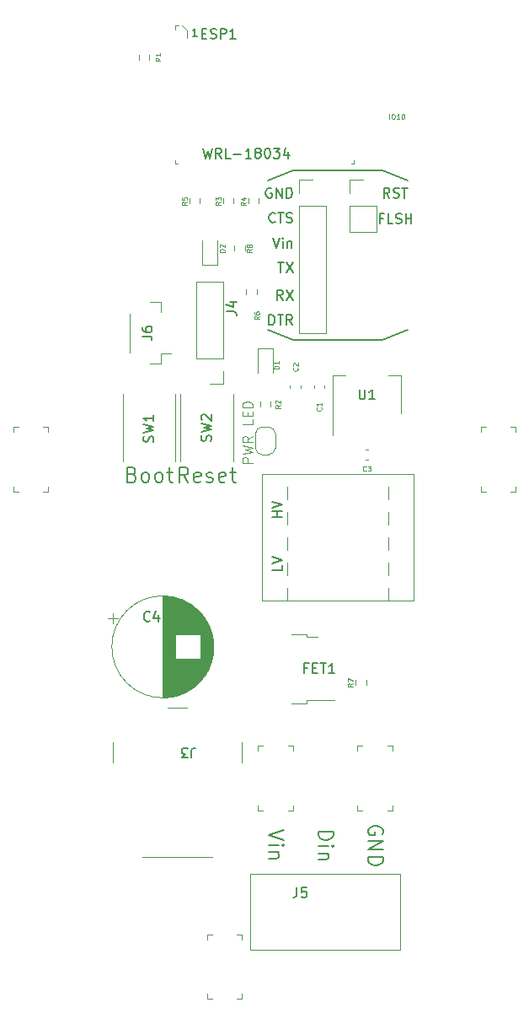
<source format=gbr>
%TF.GenerationSoftware,KiCad,Pcbnew,(6.0.1)*%
%TF.CreationDate,2022-02-05T18:26:11+11:00*%
%TF.ProjectId,ESP32_LED_Controller_v1,45535033-325f-44c4-9544-5f436f6e7472,rev?*%
%TF.SameCoordinates,Original*%
%TF.FileFunction,Legend,Top*%
%TF.FilePolarity,Positive*%
%FSLAX46Y46*%
G04 Gerber Fmt 4.6, Leading zero omitted, Abs format (unit mm)*
G04 Created by KiCad (PCBNEW (6.0.1)) date 2022-02-05 18:26:11*
%MOMM*%
%LPD*%
G01*
G04 APERTURE LIST*
%ADD10C,0.070000*%
%ADD11C,0.150000*%
%ADD12C,0.200000*%
%ADD13C,0.120000*%
G04 APERTURE END LIST*
D10*
X72281904Y-36806190D02*
X72281904Y-36306190D01*
X72615238Y-36306190D02*
X72710476Y-36306190D01*
X72758095Y-36330000D01*
X72805714Y-36377619D01*
X72829523Y-36472857D01*
X72829523Y-36639523D01*
X72805714Y-36734761D01*
X72758095Y-36782380D01*
X72710476Y-36806190D01*
X72615238Y-36806190D01*
X72567619Y-36782380D01*
X72520000Y-36734761D01*
X72496190Y-36639523D01*
X72496190Y-36472857D01*
X72520000Y-36377619D01*
X72567619Y-36330000D01*
X72615238Y-36306190D01*
X73305714Y-36806190D02*
X73020000Y-36806190D01*
X73162857Y-36806190D02*
X73162857Y-36306190D01*
X73115238Y-36377619D01*
X73067619Y-36425238D01*
X73020000Y-36449047D01*
X73615238Y-36306190D02*
X73662857Y-36306190D01*
X73710476Y-36330000D01*
X73734285Y-36353809D01*
X73758095Y-36401428D01*
X73781904Y-36496666D01*
X73781904Y-36615714D01*
X73758095Y-36710952D01*
X73734285Y-36758571D01*
X73710476Y-36782380D01*
X73662857Y-36806190D01*
X73615238Y-36806190D01*
X73567619Y-36782380D01*
X73543809Y-36758571D01*
X73520000Y-36710952D01*
X73496190Y-36615714D01*
X73496190Y-36496666D01*
X73520000Y-36401428D01*
X73543809Y-36353809D01*
X73567619Y-36330000D01*
X73615238Y-36306190D01*
D11*
X62605000Y-58990000D02*
X60105000Y-57990000D01*
X67105000Y-58990000D02*
X71605000Y-58990000D01*
X67105000Y-41990000D02*
X62605000Y-41990000D01*
X71605000Y-58990000D02*
X74105000Y-57990000D01*
X67105000Y-58990000D02*
X62605000Y-58990000D01*
X71605000Y-41990000D02*
X74105000Y-42990000D01*
X62605000Y-41990000D02*
X60105000Y-42990000D01*
X67105000Y-41990000D02*
X71605000Y-41990000D01*
X60193690Y-57462380D02*
X60193690Y-56462380D01*
X60431785Y-56462380D01*
X60574642Y-56510000D01*
X60669880Y-56605238D01*
X60717500Y-56700476D01*
X60765119Y-56890952D01*
X60765119Y-57033809D01*
X60717500Y-57224285D01*
X60669880Y-57319523D01*
X60574642Y-57414761D01*
X60431785Y-57462380D01*
X60193690Y-57462380D01*
X61050833Y-56462380D02*
X61622261Y-56462380D01*
X61336547Y-57462380D02*
X61336547Y-56462380D01*
X62527023Y-57462380D02*
X62193690Y-56986190D01*
X61955595Y-57462380D02*
X61955595Y-56462380D01*
X62336547Y-56462380D01*
X62431785Y-56510000D01*
X62479404Y-56557619D01*
X62527023Y-56652857D01*
X62527023Y-56795714D01*
X62479404Y-56890952D01*
X62431785Y-56938571D01*
X62336547Y-56986190D01*
X61955595Y-56986190D01*
X60574642Y-48712380D02*
X60907976Y-49712380D01*
X61241309Y-48712380D01*
X61574642Y-49712380D02*
X61574642Y-49045714D01*
X61574642Y-48712380D02*
X61527023Y-48760000D01*
X61574642Y-48807619D01*
X61622261Y-48760000D01*
X61574642Y-48712380D01*
X61574642Y-48807619D01*
X62050833Y-49045714D02*
X62050833Y-49712380D01*
X62050833Y-49140952D02*
X62098452Y-49093333D01*
X62193690Y-49045714D01*
X62336547Y-49045714D01*
X62431785Y-49093333D01*
X62479404Y-49188571D01*
X62479404Y-49712380D01*
X52067857Y-73258571D02*
X51567857Y-72544285D01*
X51210714Y-73258571D02*
X51210714Y-71758571D01*
X51782142Y-71758571D01*
X51925000Y-71830000D01*
X51996428Y-71901428D01*
X52067857Y-72044285D01*
X52067857Y-72258571D01*
X51996428Y-72401428D01*
X51925000Y-72472857D01*
X51782142Y-72544285D01*
X51210714Y-72544285D01*
X53282142Y-73187142D02*
X53139285Y-73258571D01*
X52853571Y-73258571D01*
X52710714Y-73187142D01*
X52639285Y-73044285D01*
X52639285Y-72472857D01*
X52710714Y-72330000D01*
X52853571Y-72258571D01*
X53139285Y-72258571D01*
X53282142Y-72330000D01*
X53353571Y-72472857D01*
X53353571Y-72615714D01*
X52639285Y-72758571D01*
X53925000Y-73187142D02*
X54067857Y-73258571D01*
X54353571Y-73258571D01*
X54496428Y-73187142D01*
X54567857Y-73044285D01*
X54567857Y-72972857D01*
X54496428Y-72830000D01*
X54353571Y-72758571D01*
X54139285Y-72758571D01*
X53996428Y-72687142D01*
X53925000Y-72544285D01*
X53925000Y-72472857D01*
X53996428Y-72330000D01*
X54139285Y-72258571D01*
X54353571Y-72258571D01*
X54496428Y-72330000D01*
X55782142Y-73187142D02*
X55639285Y-73258571D01*
X55353571Y-73258571D01*
X55210714Y-73187142D01*
X55139285Y-73044285D01*
X55139285Y-72472857D01*
X55210714Y-72330000D01*
X55353571Y-72258571D01*
X55639285Y-72258571D01*
X55782142Y-72330000D01*
X55853571Y-72472857D01*
X55853571Y-72615714D01*
X55139285Y-72758571D01*
X56282142Y-72258571D02*
X56853571Y-72258571D01*
X56496428Y-71758571D02*
X56496428Y-73044285D01*
X56567857Y-73187142D01*
X56710714Y-73258571D01*
X56853571Y-73258571D01*
X60431785Y-43760000D02*
X60336547Y-43712380D01*
X60193690Y-43712380D01*
X60050833Y-43760000D01*
X59955595Y-43855238D01*
X59907976Y-43950476D01*
X59860357Y-44140952D01*
X59860357Y-44283809D01*
X59907976Y-44474285D01*
X59955595Y-44569523D01*
X60050833Y-44664761D01*
X60193690Y-44712380D01*
X60288928Y-44712380D01*
X60431785Y-44664761D01*
X60479404Y-44617142D01*
X60479404Y-44283809D01*
X60288928Y-44283809D01*
X60907976Y-44712380D02*
X60907976Y-43712380D01*
X61479404Y-44712380D01*
X61479404Y-43712380D01*
X61955595Y-44712380D02*
X61955595Y-43712380D01*
X62193690Y-43712380D01*
X62336547Y-43760000D01*
X62431785Y-43855238D01*
X62479404Y-43950476D01*
X62527023Y-44140952D01*
X62527023Y-44283809D01*
X62479404Y-44474285D01*
X62431785Y-44569523D01*
X62336547Y-44664761D01*
X62193690Y-44712380D01*
X61955595Y-44712380D01*
X71643928Y-46758571D02*
X71310595Y-46758571D01*
X71310595Y-47282380D02*
X71310595Y-46282380D01*
X71786785Y-46282380D01*
X72643928Y-47282380D02*
X72167738Y-47282380D01*
X72167738Y-46282380D01*
X72929642Y-47234761D02*
X73072500Y-47282380D01*
X73310595Y-47282380D01*
X73405833Y-47234761D01*
X73453452Y-47187142D01*
X73501071Y-47091904D01*
X73501071Y-46996666D01*
X73453452Y-46901428D01*
X73405833Y-46853809D01*
X73310595Y-46806190D01*
X73120119Y-46758571D01*
X73024880Y-46710952D01*
X72977261Y-46663333D01*
X72929642Y-46568095D01*
X72929642Y-46472857D01*
X72977261Y-46377619D01*
X73024880Y-46330000D01*
X73120119Y-46282380D01*
X73358214Y-46282380D01*
X73501071Y-46330000D01*
X73929642Y-47282380D02*
X73929642Y-46282380D01*
X73929642Y-46758571D02*
X74501071Y-46758571D01*
X74501071Y-47282380D02*
X74501071Y-46282380D01*
D12*
X71575000Y-108587142D02*
X71646428Y-108444285D01*
X71646428Y-108230000D01*
X71575000Y-108015714D01*
X71432142Y-107872857D01*
X71289285Y-107801428D01*
X71003571Y-107730000D01*
X70789285Y-107730000D01*
X70503571Y-107801428D01*
X70360714Y-107872857D01*
X70217857Y-108015714D01*
X70146428Y-108230000D01*
X70146428Y-108372857D01*
X70217857Y-108587142D01*
X70289285Y-108658571D01*
X70789285Y-108658571D01*
X70789285Y-108372857D01*
X70146428Y-109301428D02*
X71646428Y-109301428D01*
X70146428Y-110158571D01*
X71646428Y-110158571D01*
X70146428Y-110872857D02*
X71646428Y-110872857D01*
X71646428Y-111230000D01*
X71575000Y-111444285D01*
X71432142Y-111587142D01*
X71289285Y-111658571D01*
X71003571Y-111730000D01*
X70789285Y-111730000D01*
X70503571Y-111658571D01*
X70360714Y-111587142D01*
X70217857Y-111444285D01*
X70146428Y-111230000D01*
X70146428Y-110872857D01*
X61646428Y-108194285D02*
X60146428Y-108694285D01*
X61646428Y-109194285D01*
X60146428Y-109694285D02*
X61146428Y-109694285D01*
X61646428Y-109694285D02*
X61575000Y-109622857D01*
X61503571Y-109694285D01*
X61575000Y-109765714D01*
X61646428Y-109694285D01*
X61503571Y-109694285D01*
X61146428Y-110408571D02*
X60146428Y-110408571D01*
X61003571Y-110408571D02*
X61075000Y-110480000D01*
X61146428Y-110622857D01*
X61146428Y-110837142D01*
X61075000Y-110980000D01*
X60932142Y-111051428D01*
X60146428Y-111051428D01*
D13*
X58527380Y-71345428D02*
X57527380Y-71345428D01*
X57527380Y-70964476D01*
X57575000Y-70869238D01*
X57622619Y-70821619D01*
X57717857Y-70774000D01*
X57860714Y-70774000D01*
X57955952Y-70821619D01*
X58003571Y-70869238D01*
X58051190Y-70964476D01*
X58051190Y-71345428D01*
X57527380Y-70440666D02*
X58527380Y-70202571D01*
X57813095Y-70012095D01*
X58527380Y-69821619D01*
X57527380Y-69583523D01*
X58527380Y-68631142D02*
X58051190Y-68964476D01*
X58527380Y-69202571D02*
X57527380Y-69202571D01*
X57527380Y-68821619D01*
X57575000Y-68726380D01*
X57622619Y-68678761D01*
X57717857Y-68631142D01*
X57860714Y-68631142D01*
X57955952Y-68678761D01*
X58003571Y-68726380D01*
X58051190Y-68821619D01*
X58051190Y-69202571D01*
X58527380Y-66964476D02*
X58527380Y-67440666D01*
X57527380Y-67440666D01*
X58003571Y-66631142D02*
X58003571Y-66297809D01*
X58527380Y-66154952D02*
X58527380Y-66631142D01*
X57527380Y-66631142D01*
X57527380Y-66154952D01*
X58527380Y-65726380D02*
X57527380Y-65726380D01*
X57527380Y-65488285D01*
X57575000Y-65345428D01*
X57670238Y-65250190D01*
X57765476Y-65202571D01*
X57955952Y-65154952D01*
X58098809Y-65154952D01*
X58289285Y-65202571D01*
X58384523Y-65250190D01*
X58479761Y-65345428D01*
X58527380Y-65488285D01*
X58527380Y-65726380D01*
D11*
X60812738Y-47117142D02*
X60765119Y-47164761D01*
X60622261Y-47212380D01*
X60527023Y-47212380D01*
X60384166Y-47164761D01*
X60288928Y-47069523D01*
X60241309Y-46974285D01*
X60193690Y-46783809D01*
X60193690Y-46640952D01*
X60241309Y-46450476D01*
X60288928Y-46355238D01*
X60384166Y-46260000D01*
X60527023Y-46212380D01*
X60622261Y-46212380D01*
X60765119Y-46260000D01*
X60812738Y-46307619D01*
X61098452Y-46212380D02*
X61669880Y-46212380D01*
X61384166Y-47212380D02*
X61384166Y-46212380D01*
X61955595Y-47164761D02*
X62098452Y-47212380D01*
X62336547Y-47212380D01*
X62431785Y-47164761D01*
X62479404Y-47117142D01*
X62527023Y-47021904D01*
X62527023Y-46926666D01*
X62479404Y-46831428D01*
X62431785Y-46783809D01*
X62336547Y-46736190D01*
X62146071Y-46688571D01*
X62050833Y-46640952D01*
X62003214Y-46593333D01*
X61955595Y-46498095D01*
X61955595Y-46402857D01*
X62003214Y-46307619D01*
X62050833Y-46260000D01*
X62146071Y-46212380D01*
X62384166Y-46212380D01*
X62527023Y-46260000D01*
X61574642Y-54962380D02*
X61241309Y-54486190D01*
X61003214Y-54962380D02*
X61003214Y-53962380D01*
X61384166Y-53962380D01*
X61479404Y-54010000D01*
X61527023Y-54057619D01*
X61574642Y-54152857D01*
X61574642Y-54295714D01*
X61527023Y-54390952D01*
X61479404Y-54438571D01*
X61384166Y-54486190D01*
X61003214Y-54486190D01*
X61907976Y-53962380D02*
X62574642Y-54962380D01*
X62574642Y-53962380D02*
X61907976Y-54962380D01*
D12*
X65146428Y-108301428D02*
X66646428Y-108301428D01*
X66646428Y-108658571D01*
X66575000Y-108872857D01*
X66432142Y-109015714D01*
X66289285Y-109087142D01*
X66003571Y-109158571D01*
X65789285Y-109158571D01*
X65503571Y-109087142D01*
X65360714Y-109015714D01*
X65217857Y-108872857D01*
X65146428Y-108658571D01*
X65146428Y-108301428D01*
X65146428Y-109801428D02*
X66146428Y-109801428D01*
X66646428Y-109801428D02*
X66575000Y-109730000D01*
X66503571Y-109801428D01*
X66575000Y-109872857D01*
X66646428Y-109801428D01*
X66503571Y-109801428D01*
X66146428Y-110515714D02*
X65146428Y-110515714D01*
X66003571Y-110515714D02*
X66075000Y-110587142D01*
X66146428Y-110730000D01*
X66146428Y-110944285D01*
X66075000Y-111087142D01*
X65932142Y-111158571D01*
X65146428Y-111158571D01*
D11*
X46446428Y-72472857D02*
X46660714Y-72544285D01*
X46732142Y-72615714D01*
X46803571Y-72758571D01*
X46803571Y-72972857D01*
X46732142Y-73115714D01*
X46660714Y-73187142D01*
X46517857Y-73258571D01*
X45946428Y-73258571D01*
X45946428Y-71758571D01*
X46446428Y-71758571D01*
X46589285Y-71830000D01*
X46660714Y-71901428D01*
X46732142Y-72044285D01*
X46732142Y-72187142D01*
X46660714Y-72330000D01*
X46589285Y-72401428D01*
X46446428Y-72472857D01*
X45946428Y-72472857D01*
X47660714Y-73258571D02*
X47517857Y-73187142D01*
X47446428Y-73115714D01*
X47375000Y-72972857D01*
X47375000Y-72544285D01*
X47446428Y-72401428D01*
X47517857Y-72330000D01*
X47660714Y-72258571D01*
X47875000Y-72258571D01*
X48017857Y-72330000D01*
X48089285Y-72401428D01*
X48160714Y-72544285D01*
X48160714Y-72972857D01*
X48089285Y-73115714D01*
X48017857Y-73187142D01*
X47875000Y-73258571D01*
X47660714Y-73258571D01*
X49017857Y-73258571D02*
X48875000Y-73187142D01*
X48803571Y-73115714D01*
X48732142Y-72972857D01*
X48732142Y-72544285D01*
X48803571Y-72401428D01*
X48875000Y-72330000D01*
X49017857Y-72258571D01*
X49232142Y-72258571D01*
X49375000Y-72330000D01*
X49446428Y-72401428D01*
X49517857Y-72544285D01*
X49517857Y-72972857D01*
X49446428Y-73115714D01*
X49375000Y-73187142D01*
X49232142Y-73258571D01*
X49017857Y-73258571D01*
X49946428Y-72258571D02*
X50517857Y-72258571D01*
X50160714Y-71758571D02*
X50160714Y-73044285D01*
X50232142Y-73187142D01*
X50375000Y-73258571D01*
X50517857Y-73258571D01*
X72302023Y-44712380D02*
X71968690Y-44236190D01*
X71730595Y-44712380D02*
X71730595Y-43712380D01*
X72111547Y-43712380D01*
X72206785Y-43760000D01*
X72254404Y-43807619D01*
X72302023Y-43902857D01*
X72302023Y-44045714D01*
X72254404Y-44140952D01*
X72206785Y-44188571D01*
X72111547Y-44236190D01*
X71730595Y-44236190D01*
X72682976Y-44664761D02*
X72825833Y-44712380D01*
X73063928Y-44712380D01*
X73159166Y-44664761D01*
X73206785Y-44617142D01*
X73254404Y-44521904D01*
X73254404Y-44426666D01*
X73206785Y-44331428D01*
X73159166Y-44283809D01*
X73063928Y-44236190D01*
X72873452Y-44188571D01*
X72778214Y-44140952D01*
X72730595Y-44093333D01*
X72682976Y-43998095D01*
X72682976Y-43902857D01*
X72730595Y-43807619D01*
X72778214Y-43760000D01*
X72873452Y-43712380D01*
X73111547Y-43712380D01*
X73254404Y-43760000D01*
X73540119Y-43712380D02*
X74111547Y-43712380D01*
X73825833Y-44712380D02*
X73825833Y-43712380D01*
X61098452Y-51212380D02*
X61669880Y-51212380D01*
X61384166Y-52212380D02*
X61384166Y-51212380D01*
X61907976Y-51212380D02*
X62574642Y-52212380D01*
X62574642Y-51212380D02*
X61907976Y-52212380D01*
D10*
%TO.C,C2*%
X63053571Y-61763333D02*
X63077380Y-61787142D01*
X63101190Y-61858571D01*
X63101190Y-61906190D01*
X63077380Y-61977619D01*
X63029761Y-62025238D01*
X62982142Y-62049047D01*
X62886904Y-62072857D01*
X62815476Y-62072857D01*
X62720238Y-62049047D01*
X62672619Y-62025238D01*
X62625000Y-61977619D01*
X62601190Y-61906190D01*
X62601190Y-61858571D01*
X62625000Y-61787142D01*
X62648809Y-61763333D01*
X62648809Y-61572857D02*
X62625000Y-61549047D01*
X62601190Y-61501428D01*
X62601190Y-61382380D01*
X62625000Y-61334761D01*
X62648809Y-61310952D01*
X62696428Y-61287142D01*
X62744047Y-61287142D01*
X62815476Y-61310952D01*
X63101190Y-61596666D01*
X63101190Y-61287142D01*
D11*
%TO.C,J4*%
X55927380Y-56113333D02*
X56641666Y-56113333D01*
X56784523Y-56160952D01*
X56879761Y-56256190D01*
X56927380Y-56399047D01*
X56927380Y-56494285D01*
X56260714Y-55208571D02*
X56927380Y-55208571D01*
X55879761Y-55446666D02*
X56594047Y-55684761D01*
X56594047Y-55065714D01*
D10*
%TO.C,R7*%
X68646190Y-93463333D02*
X68408095Y-93630000D01*
X68646190Y-93749047D02*
X68146190Y-93749047D01*
X68146190Y-93558571D01*
X68170000Y-93510952D01*
X68193809Y-93487142D01*
X68241428Y-93463333D01*
X68312857Y-93463333D01*
X68360476Y-93487142D01*
X68384285Y-93510952D01*
X68408095Y-93558571D01*
X68408095Y-93749047D01*
X68146190Y-93296666D02*
X68146190Y-92963333D01*
X68646190Y-93177619D01*
D11*
%TO.C,J3*%
X52408333Y-100927619D02*
X52408333Y-100213333D01*
X52455952Y-100070476D01*
X52551190Y-99975238D01*
X52694047Y-99927619D01*
X52789285Y-99927619D01*
X52027380Y-100927619D02*
X51408333Y-100927619D01*
X51741666Y-100546666D01*
X51598809Y-100546666D01*
X51503571Y-100499047D01*
X51455952Y-100451428D01*
X51408333Y-100356190D01*
X51408333Y-100118095D01*
X51455952Y-100022857D01*
X51503571Y-99975238D01*
X51598809Y-99927619D01*
X51884523Y-99927619D01*
X51979761Y-99975238D01*
X52027380Y-100022857D01*
D10*
%TO.C,R1*%
X49276190Y-30663333D02*
X49038095Y-30830000D01*
X49276190Y-30949047D02*
X48776190Y-30949047D01*
X48776190Y-30758571D01*
X48800000Y-30710952D01*
X48823809Y-30687142D01*
X48871428Y-30663333D01*
X48942857Y-30663333D01*
X48990476Y-30687142D01*
X49014285Y-30710952D01*
X49038095Y-30758571D01*
X49038095Y-30949047D01*
X49276190Y-30187142D02*
X49276190Y-30472857D01*
X49276190Y-30330000D02*
X48776190Y-30330000D01*
X48847619Y-30377619D01*
X48895238Y-30425238D01*
X48919047Y-30472857D01*
D11*
%TO.C,U1*%
X69263095Y-63932380D02*
X69263095Y-64741904D01*
X69310714Y-64837142D01*
X69358333Y-64884761D01*
X69453571Y-64932380D01*
X69644047Y-64932380D01*
X69739285Y-64884761D01*
X69786904Y-64837142D01*
X69834523Y-64741904D01*
X69834523Y-63932380D01*
X70834523Y-64932380D02*
X70263095Y-64932380D01*
X70548809Y-64932380D02*
X70548809Y-63932380D01*
X70453571Y-64075238D01*
X70358333Y-64170476D01*
X70263095Y-64218095D01*
D10*
%TO.C,D1*%
X61201190Y-61849047D02*
X60701190Y-61849047D01*
X60701190Y-61730000D01*
X60725000Y-61658571D01*
X60772619Y-61610952D01*
X60820238Y-61587142D01*
X60915476Y-61563333D01*
X60986904Y-61563333D01*
X61082142Y-61587142D01*
X61129761Y-61610952D01*
X61177380Y-61658571D01*
X61201190Y-61730000D01*
X61201190Y-61849047D01*
X61201190Y-61087142D02*
X61201190Y-61372857D01*
X61201190Y-61230000D02*
X60701190Y-61230000D01*
X60772619Y-61277619D01*
X60820238Y-61325238D01*
X60844047Y-61372857D01*
%TO.C,R6*%
X59201190Y-56613333D02*
X58963095Y-56780000D01*
X59201190Y-56899047D02*
X58701190Y-56899047D01*
X58701190Y-56708571D01*
X58725000Y-56660952D01*
X58748809Y-56637142D01*
X58796428Y-56613333D01*
X58867857Y-56613333D01*
X58915476Y-56637142D01*
X58939285Y-56660952D01*
X58963095Y-56708571D01*
X58963095Y-56899047D01*
X58701190Y-56184761D02*
X58701190Y-56280000D01*
X58725000Y-56327619D01*
X58748809Y-56351428D01*
X58820238Y-56399047D01*
X58915476Y-56422857D01*
X59105952Y-56422857D01*
X59153571Y-56399047D01*
X59177380Y-56375238D01*
X59201190Y-56327619D01*
X59201190Y-56232380D01*
X59177380Y-56184761D01*
X59153571Y-56160952D01*
X59105952Y-56137142D01*
X58986904Y-56137142D01*
X58939285Y-56160952D01*
X58915476Y-56184761D01*
X58891666Y-56232380D01*
X58891666Y-56327619D01*
X58915476Y-56375238D01*
X58939285Y-56399047D01*
X58986904Y-56422857D01*
D11*
%TO.C,FET1*%
X64058333Y-91913571D02*
X63725000Y-91913571D01*
X63725000Y-92437380D02*
X63725000Y-91437380D01*
X64201190Y-91437380D01*
X64582142Y-91913571D02*
X64915476Y-91913571D01*
X65058333Y-92437380D02*
X64582142Y-92437380D01*
X64582142Y-91437380D01*
X65058333Y-91437380D01*
X65344047Y-91437380D02*
X65915476Y-91437380D01*
X65629761Y-92437380D02*
X65629761Y-91437380D01*
X66772619Y-92437380D02*
X66201190Y-92437380D01*
X66486904Y-92437380D02*
X66486904Y-91437380D01*
X66391666Y-91580238D01*
X66296428Y-91675476D01*
X66201190Y-91723095D01*
D10*
%TO.C,D2*%
X55721190Y-50149047D02*
X55221190Y-50149047D01*
X55221190Y-50030000D01*
X55245000Y-49958571D01*
X55292619Y-49910952D01*
X55340238Y-49887142D01*
X55435476Y-49863333D01*
X55506904Y-49863333D01*
X55602142Y-49887142D01*
X55649761Y-49910952D01*
X55697380Y-49958571D01*
X55721190Y-50030000D01*
X55721190Y-50149047D01*
X55268809Y-49672857D02*
X55245000Y-49649047D01*
X55221190Y-49601428D01*
X55221190Y-49482380D01*
X55245000Y-49434761D01*
X55268809Y-49410952D01*
X55316428Y-49387142D01*
X55364047Y-49387142D01*
X55435476Y-49410952D01*
X55721190Y-49696666D01*
X55721190Y-49387142D01*
%TO.C,R2*%
X61301190Y-65523833D02*
X61063095Y-65690500D01*
X61301190Y-65809547D02*
X60801190Y-65809547D01*
X60801190Y-65619071D01*
X60825000Y-65571452D01*
X60848809Y-65547642D01*
X60896428Y-65523833D01*
X60967857Y-65523833D01*
X61015476Y-65547642D01*
X61039285Y-65571452D01*
X61063095Y-65619071D01*
X61063095Y-65809547D01*
X60848809Y-65333357D02*
X60825000Y-65309547D01*
X60801190Y-65261928D01*
X60801190Y-65142880D01*
X60825000Y-65095261D01*
X60848809Y-65071452D01*
X60896428Y-65047642D01*
X60944047Y-65047642D01*
X61015476Y-65071452D01*
X61301190Y-65357166D01*
X61301190Y-65047642D01*
D11*
%TO.C,C4*%
X48208333Y-87137142D02*
X48160714Y-87184761D01*
X48017857Y-87232380D01*
X47922619Y-87232380D01*
X47779761Y-87184761D01*
X47684523Y-87089523D01*
X47636904Y-86994285D01*
X47589285Y-86803809D01*
X47589285Y-86660952D01*
X47636904Y-86470476D01*
X47684523Y-86375238D01*
X47779761Y-86280000D01*
X47922619Y-86232380D01*
X48017857Y-86232380D01*
X48160714Y-86280000D01*
X48208333Y-86327619D01*
X49065476Y-86565714D02*
X49065476Y-87232380D01*
X48827380Y-86184761D02*
X48589285Y-86899047D01*
X49208333Y-86899047D01*
%TO.C,J5*%
X62991666Y-113932380D02*
X62991666Y-114646666D01*
X62944047Y-114789523D01*
X62848809Y-114884761D01*
X62705952Y-114932380D01*
X62610714Y-114932380D01*
X63944047Y-113932380D02*
X63467857Y-113932380D01*
X63420238Y-114408571D01*
X63467857Y-114360952D01*
X63563095Y-114313333D01*
X63801190Y-114313333D01*
X63896428Y-114360952D01*
X63944047Y-114408571D01*
X63991666Y-114503809D01*
X63991666Y-114741904D01*
X63944047Y-114837142D01*
X63896428Y-114884761D01*
X63801190Y-114932380D01*
X63563095Y-114932380D01*
X63467857Y-114884761D01*
X63420238Y-114837142D01*
D10*
%TO.C,R8*%
X58467190Y-49863333D02*
X58229095Y-50030000D01*
X58467190Y-50149047D02*
X57967190Y-50149047D01*
X57967190Y-49958571D01*
X57991000Y-49910952D01*
X58014809Y-49887142D01*
X58062428Y-49863333D01*
X58133857Y-49863333D01*
X58181476Y-49887142D01*
X58205285Y-49910952D01*
X58229095Y-49958571D01*
X58229095Y-50149047D01*
X58181476Y-49577619D02*
X58157666Y-49625238D01*
X58133857Y-49649047D01*
X58086238Y-49672857D01*
X58062428Y-49672857D01*
X58014809Y-49649047D01*
X57991000Y-49625238D01*
X57967190Y-49577619D01*
X57967190Y-49482380D01*
X57991000Y-49434761D01*
X58014809Y-49410952D01*
X58062428Y-49387142D01*
X58086238Y-49387142D01*
X58133857Y-49410952D01*
X58157666Y-49434761D01*
X58181476Y-49482380D01*
X58181476Y-49577619D01*
X58205285Y-49625238D01*
X58229095Y-49649047D01*
X58276714Y-49672857D01*
X58371952Y-49672857D01*
X58419571Y-49649047D01*
X58443380Y-49625238D01*
X58467190Y-49577619D01*
X58467190Y-49482380D01*
X58443380Y-49434761D01*
X58419571Y-49410952D01*
X58371952Y-49387142D01*
X58276714Y-49387142D01*
X58229095Y-49410952D01*
X58205285Y-49434761D01*
X58181476Y-49482380D01*
%TO.C,C1*%
X65403571Y-65763333D02*
X65427380Y-65787142D01*
X65451190Y-65858571D01*
X65451190Y-65906190D01*
X65427380Y-65977619D01*
X65379761Y-66025238D01*
X65332142Y-66049047D01*
X65236904Y-66072857D01*
X65165476Y-66072857D01*
X65070238Y-66049047D01*
X65022619Y-66025238D01*
X64975000Y-65977619D01*
X64951190Y-65906190D01*
X64951190Y-65858571D01*
X64975000Y-65787142D01*
X64998809Y-65763333D01*
X65451190Y-65287142D02*
X65451190Y-65572857D01*
X65451190Y-65430000D02*
X64951190Y-65430000D01*
X65022619Y-65477619D01*
X65070238Y-65525238D01*
X65094047Y-65572857D01*
%TO.C,R3*%
X55346190Y-45113333D02*
X55108095Y-45280000D01*
X55346190Y-45399047D02*
X54846190Y-45399047D01*
X54846190Y-45208571D01*
X54870000Y-45160952D01*
X54893809Y-45137142D01*
X54941428Y-45113333D01*
X55012857Y-45113333D01*
X55060476Y-45137142D01*
X55084285Y-45160952D01*
X55108095Y-45208571D01*
X55108095Y-45399047D01*
X54846190Y-44946666D02*
X54846190Y-44637142D01*
X55036666Y-44803809D01*
X55036666Y-44732380D01*
X55060476Y-44684761D01*
X55084285Y-44660952D01*
X55131904Y-44637142D01*
X55250952Y-44637142D01*
X55298571Y-44660952D01*
X55322380Y-44684761D01*
X55346190Y-44732380D01*
X55346190Y-44875238D01*
X55322380Y-44922857D01*
X55298571Y-44946666D01*
D11*
%TO.C,LLC1*%
X61527380Y-81618214D02*
X61527380Y-82094404D01*
X60527380Y-82094404D01*
X60527380Y-81427738D02*
X61527380Y-81094404D01*
X60527380Y-80761071D01*
X61527380Y-76764166D02*
X60527380Y-76764166D01*
X61003571Y-76764166D02*
X61003571Y-76192738D01*
X61527380Y-76192738D02*
X60527380Y-76192738D01*
X60527380Y-75859404D02*
X61527380Y-75526071D01*
X60527380Y-75192738D01*
D10*
%TO.C,C3*%
X69941666Y-72088571D02*
X69917857Y-72112380D01*
X69846428Y-72136190D01*
X69798809Y-72136190D01*
X69727380Y-72112380D01*
X69679761Y-72064761D01*
X69655952Y-72017142D01*
X69632142Y-71921904D01*
X69632142Y-71850476D01*
X69655952Y-71755238D01*
X69679761Y-71707619D01*
X69727380Y-71660000D01*
X69798809Y-71636190D01*
X69846428Y-71636190D01*
X69917857Y-71660000D01*
X69941666Y-71683809D01*
X70108333Y-71636190D02*
X70417857Y-71636190D01*
X70251190Y-71826666D01*
X70322619Y-71826666D01*
X70370238Y-71850476D01*
X70394047Y-71874285D01*
X70417857Y-71921904D01*
X70417857Y-72040952D01*
X70394047Y-72088571D01*
X70370238Y-72112380D01*
X70322619Y-72136190D01*
X70179761Y-72136190D01*
X70132142Y-72112380D01*
X70108333Y-72088571D01*
D11*
%TO.C,SW2*%
X54329761Y-69113333D02*
X54377380Y-68970476D01*
X54377380Y-68732380D01*
X54329761Y-68637142D01*
X54282142Y-68589523D01*
X54186904Y-68541904D01*
X54091666Y-68541904D01*
X53996428Y-68589523D01*
X53948809Y-68637142D01*
X53901190Y-68732380D01*
X53853571Y-68922857D01*
X53805952Y-69018095D01*
X53758333Y-69065714D01*
X53663095Y-69113333D01*
X53567857Y-69113333D01*
X53472619Y-69065714D01*
X53425000Y-69018095D01*
X53377380Y-68922857D01*
X53377380Y-68684761D01*
X53425000Y-68541904D01*
X53377380Y-68208571D02*
X54377380Y-67970476D01*
X53663095Y-67780000D01*
X54377380Y-67589523D01*
X53377380Y-67351428D01*
X53472619Y-67018095D02*
X53425000Y-66970476D01*
X53377380Y-66875238D01*
X53377380Y-66637142D01*
X53425000Y-66541904D01*
X53472619Y-66494285D01*
X53567857Y-66446666D01*
X53663095Y-66446666D01*
X53805952Y-66494285D01*
X54377380Y-67065714D01*
X54377380Y-66446666D01*
D10*
%TO.C,R5*%
X51951190Y-45113333D02*
X51713095Y-45280000D01*
X51951190Y-45399047D02*
X51451190Y-45399047D01*
X51451190Y-45208571D01*
X51475000Y-45160952D01*
X51498809Y-45137142D01*
X51546428Y-45113333D01*
X51617857Y-45113333D01*
X51665476Y-45137142D01*
X51689285Y-45160952D01*
X51713095Y-45208571D01*
X51713095Y-45399047D01*
X51451190Y-44660952D02*
X51451190Y-44899047D01*
X51689285Y-44922857D01*
X51665476Y-44899047D01*
X51641666Y-44851428D01*
X51641666Y-44732380D01*
X51665476Y-44684761D01*
X51689285Y-44660952D01*
X51736904Y-44637142D01*
X51855952Y-44637142D01*
X51903571Y-44660952D01*
X51927380Y-44684761D01*
X51951190Y-44732380D01*
X51951190Y-44851428D01*
X51927380Y-44899047D01*
X51903571Y-44922857D01*
D11*
%TO.C,SW1*%
X48529761Y-69202333D02*
X48577380Y-69059476D01*
X48577380Y-68821380D01*
X48529761Y-68726142D01*
X48482142Y-68678523D01*
X48386904Y-68630904D01*
X48291666Y-68630904D01*
X48196428Y-68678523D01*
X48148809Y-68726142D01*
X48101190Y-68821380D01*
X48053571Y-69011857D01*
X48005952Y-69107095D01*
X47958333Y-69154714D01*
X47863095Y-69202333D01*
X47767857Y-69202333D01*
X47672619Y-69154714D01*
X47625000Y-69107095D01*
X47577380Y-69011857D01*
X47577380Y-68773761D01*
X47625000Y-68630904D01*
X47577380Y-68297571D02*
X48577380Y-68059476D01*
X47863095Y-67869000D01*
X48577380Y-67678523D01*
X47577380Y-67440428D01*
X48577380Y-66535666D02*
X48577380Y-67107095D01*
X48577380Y-66821380D02*
X47577380Y-66821380D01*
X47720238Y-66916619D01*
X47815476Y-67011857D01*
X47863095Y-67107095D01*
%TO.C,ESP1*%
X53458333Y-28208571D02*
X53791666Y-28208571D01*
X53934523Y-28732380D02*
X53458333Y-28732380D01*
X53458333Y-27732380D01*
X53934523Y-27732380D01*
X54315476Y-28684761D02*
X54458333Y-28732380D01*
X54696428Y-28732380D01*
X54791666Y-28684761D01*
X54839285Y-28637142D01*
X54886904Y-28541904D01*
X54886904Y-28446666D01*
X54839285Y-28351428D01*
X54791666Y-28303809D01*
X54696428Y-28256190D01*
X54505952Y-28208571D01*
X54410714Y-28160952D01*
X54363095Y-28113333D01*
X54315476Y-28018095D01*
X54315476Y-27922857D01*
X54363095Y-27827619D01*
X54410714Y-27780000D01*
X54505952Y-27732380D01*
X54744047Y-27732380D01*
X54886904Y-27780000D01*
X55315476Y-28732380D02*
X55315476Y-27732380D01*
X55696428Y-27732380D01*
X55791666Y-27780000D01*
X55839285Y-27827619D01*
X55886904Y-27922857D01*
X55886904Y-28065714D01*
X55839285Y-28160952D01*
X55791666Y-28208571D01*
X55696428Y-28256190D01*
X55315476Y-28256190D01*
X56839285Y-28732380D02*
X56267857Y-28732380D01*
X56553571Y-28732380D02*
X56553571Y-27732380D01*
X56458333Y-27875238D01*
X56363095Y-27970476D01*
X56267857Y-28018095D01*
X52939285Y-28469285D02*
X52510714Y-28469285D01*
X52725000Y-28469285D02*
X52725000Y-27719285D01*
X52653571Y-27826428D01*
X52582142Y-27897857D01*
X52510714Y-27933571D01*
X53591666Y-39732380D02*
X53829761Y-40732380D01*
X54020238Y-40018095D01*
X54210714Y-40732380D01*
X54448809Y-39732380D01*
X55401190Y-40732380D02*
X55067857Y-40256190D01*
X54829761Y-40732380D02*
X54829761Y-39732380D01*
X55210714Y-39732380D01*
X55305952Y-39780000D01*
X55353571Y-39827619D01*
X55401190Y-39922857D01*
X55401190Y-40065714D01*
X55353571Y-40160952D01*
X55305952Y-40208571D01*
X55210714Y-40256190D01*
X54829761Y-40256190D01*
X56305952Y-40732380D02*
X55829761Y-40732380D01*
X55829761Y-39732380D01*
X56639285Y-40351428D02*
X57401190Y-40351428D01*
X58401190Y-40732380D02*
X57829761Y-40732380D01*
X58115476Y-40732380D02*
X58115476Y-39732380D01*
X58020238Y-39875238D01*
X57925000Y-39970476D01*
X57829761Y-40018095D01*
X58972619Y-40160952D02*
X58877380Y-40113333D01*
X58829761Y-40065714D01*
X58782142Y-39970476D01*
X58782142Y-39922857D01*
X58829761Y-39827619D01*
X58877380Y-39780000D01*
X58972619Y-39732380D01*
X59163095Y-39732380D01*
X59258333Y-39780000D01*
X59305952Y-39827619D01*
X59353571Y-39922857D01*
X59353571Y-39970476D01*
X59305952Y-40065714D01*
X59258333Y-40113333D01*
X59163095Y-40160952D01*
X58972619Y-40160952D01*
X58877380Y-40208571D01*
X58829761Y-40256190D01*
X58782142Y-40351428D01*
X58782142Y-40541904D01*
X58829761Y-40637142D01*
X58877380Y-40684761D01*
X58972619Y-40732380D01*
X59163095Y-40732380D01*
X59258333Y-40684761D01*
X59305952Y-40637142D01*
X59353571Y-40541904D01*
X59353571Y-40351428D01*
X59305952Y-40256190D01*
X59258333Y-40208571D01*
X59163095Y-40160952D01*
X59972619Y-39732380D02*
X60067857Y-39732380D01*
X60163095Y-39780000D01*
X60210714Y-39827619D01*
X60258333Y-39922857D01*
X60305952Y-40113333D01*
X60305952Y-40351428D01*
X60258333Y-40541904D01*
X60210714Y-40637142D01*
X60163095Y-40684761D01*
X60067857Y-40732380D01*
X59972619Y-40732380D01*
X59877380Y-40684761D01*
X59829761Y-40637142D01*
X59782142Y-40541904D01*
X59734523Y-40351428D01*
X59734523Y-40113333D01*
X59782142Y-39922857D01*
X59829761Y-39827619D01*
X59877380Y-39780000D01*
X59972619Y-39732380D01*
X60639285Y-39732380D02*
X61258333Y-39732380D01*
X60925000Y-40113333D01*
X61067857Y-40113333D01*
X61163095Y-40160952D01*
X61210714Y-40208571D01*
X61258333Y-40303809D01*
X61258333Y-40541904D01*
X61210714Y-40637142D01*
X61163095Y-40684761D01*
X61067857Y-40732380D01*
X60782142Y-40732380D01*
X60686904Y-40684761D01*
X60639285Y-40637142D01*
X62115476Y-40065714D02*
X62115476Y-40732380D01*
X61877380Y-39684761D02*
X61639285Y-40399047D01*
X62258333Y-40399047D01*
D10*
%TO.C,R4*%
X57846190Y-45145833D02*
X57608095Y-45312500D01*
X57846190Y-45431547D02*
X57346190Y-45431547D01*
X57346190Y-45241071D01*
X57370000Y-45193452D01*
X57393809Y-45169642D01*
X57441428Y-45145833D01*
X57512857Y-45145833D01*
X57560476Y-45169642D01*
X57584285Y-45193452D01*
X57608095Y-45241071D01*
X57608095Y-45431547D01*
X57512857Y-44717261D02*
X57846190Y-44717261D01*
X57322380Y-44836309D02*
X57679523Y-44955357D01*
X57679523Y-44645833D01*
D11*
%TO.C,J6*%
X47427380Y-58613333D02*
X48141666Y-58613333D01*
X48284523Y-58660952D01*
X48379761Y-58756190D01*
X48427380Y-58899047D01*
X48427380Y-58994285D01*
X47427380Y-57708571D02*
X47427380Y-57899047D01*
X47475000Y-57994285D01*
X47522619Y-58041904D01*
X47665476Y-58137142D01*
X47855952Y-58184761D01*
X48236904Y-58184761D01*
X48332142Y-58137142D01*
X48379761Y-58089523D01*
X48427380Y-57994285D01*
X48427380Y-57803809D01*
X48379761Y-57708571D01*
X48332142Y-57660952D01*
X48236904Y-57613333D01*
X47998809Y-57613333D01*
X47903571Y-57660952D01*
X47855952Y-57708571D01*
X47808333Y-57803809D01*
X47808333Y-57994285D01*
X47855952Y-58089523D01*
X47903571Y-58137142D01*
X47998809Y-58184761D01*
D13*
%TO.C,C2*%
X63335000Y-63533733D02*
X63335000Y-63826267D01*
X62315000Y-63533733D02*
X62315000Y-63826267D01*
%TO.C,Zip4*%
X34975000Y-67680000D02*
X34475000Y-67680000D01*
X34475000Y-73680000D02*
X34475000Y-74180000D01*
X37975000Y-74180000D02*
X37475000Y-74180000D01*
X34475000Y-74180000D02*
X34975000Y-74180000D01*
X37975000Y-67680000D02*
X37975000Y-68180000D01*
X34475000Y-67680000D02*
X34975000Y-67680000D01*
X37975000Y-67680000D02*
X37475000Y-67680000D01*
X37475000Y-74180000D02*
X37975000Y-74180000D01*
X34475000Y-74180000D02*
X34475000Y-73680000D01*
X34475000Y-67680000D02*
X34475000Y-68180000D01*
X37975000Y-74180000D02*
X37975000Y-73680000D01*
X37975000Y-68180000D02*
X37975000Y-67680000D01*
%TO.C,J4*%
X55555000Y-60810000D02*
X52895000Y-60810000D01*
X55555000Y-62080000D02*
X55555000Y-63410000D01*
X55555000Y-60810000D02*
X55555000Y-53130000D01*
X52895000Y-60810000D02*
X52895000Y-53130000D01*
X55555000Y-63410000D02*
X54225000Y-63410000D01*
X55555000Y-53130000D02*
X52895000Y-53130000D01*
%TO.C,R7*%
X69942500Y-93634724D02*
X69942500Y-93125276D01*
X68897500Y-93634724D02*
X68897500Y-93125276D01*
%TO.C,J3*%
X44475000Y-100380000D02*
X44475000Y-101380000D01*
X50975000Y-95880000D02*
X51975000Y-95880000D01*
X44475000Y-100380000D02*
X44475000Y-99380000D01*
X57475000Y-100380000D02*
X57475000Y-101380000D01*
X50975000Y-95880000D02*
X49975000Y-95880000D01*
X47475000Y-110880000D02*
X54475000Y-110880000D01*
X57475000Y-100380000D02*
X57475000Y-99380000D01*
%TO.C,R1*%
X48142500Y-30325276D02*
X48142500Y-30834724D01*
X47097500Y-30325276D02*
X47097500Y-30834724D01*
%TO.C,U1*%
X66615000Y-62570000D02*
X67875000Y-62570000D01*
X66615000Y-68580000D02*
X66615000Y-62570000D01*
X73435000Y-66330000D02*
X73435000Y-62570000D01*
X73435000Y-62570000D02*
X72175000Y-62570000D01*
%TO.C,Zip3*%
X84975000Y-68180000D02*
X84975000Y-67680000D01*
X81975000Y-67680000D02*
X81475000Y-67680000D01*
X81475000Y-67680000D02*
X81475000Y-68180000D01*
X81475000Y-74180000D02*
X81475000Y-73680000D01*
X81475000Y-67680000D02*
X81975000Y-67680000D01*
X84975000Y-67680000D02*
X84975000Y-68180000D01*
X84975000Y-74180000D02*
X84975000Y-73680000D01*
X84975000Y-67680000D02*
X84475000Y-67680000D01*
X81475000Y-74180000D02*
X81975000Y-74180000D01*
X84975000Y-74180000D02*
X84475000Y-74180000D01*
X84475000Y-74180000D02*
X84975000Y-74180000D01*
X81475000Y-73680000D02*
X81475000Y-74180000D01*
%TO.C,D1*%
X60560000Y-62280000D02*
X60560000Y-59820000D01*
X59090000Y-59820000D02*
X59090000Y-62280000D01*
X60560000Y-59820000D02*
X59090000Y-59820000D01*
%TO.C,JP1*%
X60125000Y-70500000D02*
X59525000Y-70500000D01*
X58825000Y-69800000D02*
X58825000Y-68400000D01*
X60825000Y-68400000D02*
X60825000Y-69800000D01*
X59525000Y-67700000D02*
X60125000Y-67700000D01*
X60125000Y-70500000D02*
G75*
G03*
X60825000Y-69800000I1J699999D01*
G01*
X58825000Y-69800000D02*
G75*
G03*
X59525000Y-70500000I699999J-1D01*
G01*
X59525000Y-67700000D02*
G75*
G03*
X58825000Y-68400000I-1J-699999D01*
G01*
X60825000Y-68400000D02*
G75*
G03*
X60125000Y-67700000I-699999J1D01*
G01*
%TO.C,R6*%
X58942500Y-53925276D02*
X58942500Y-54434724D01*
X57897500Y-53925276D02*
X57897500Y-54434724D01*
%TO.C,FET1*%
X63945000Y-88535000D02*
X63945000Y-88805000D01*
X63945000Y-95165000D02*
X66775000Y-95165000D01*
X62445000Y-95435000D02*
X63945000Y-95435000D01*
X62445000Y-88535000D02*
X63945000Y-88535000D01*
X63945000Y-95435000D02*
X63945000Y-95165000D01*
X63945000Y-88805000D02*
X65045000Y-88805000D01*
%TO.C,D2*%
X54960000Y-51440000D02*
X54960000Y-48980000D01*
X53490000Y-51440000D02*
X54960000Y-51440000D01*
X53490000Y-48980000D02*
X53490000Y-51440000D01*
%TO.C,R2*%
X60347500Y-65695224D02*
X60347500Y-65185776D01*
X59302500Y-65695224D02*
X59302500Y-65185776D01*
%TO.C,C4*%
X53508323Y-86624000D02*
X53508323Y-92936000D01*
X51988323Y-85340000D02*
X51988323Y-88539000D01*
X51788323Y-85235000D02*
X51788323Y-88539000D01*
X52068323Y-91021000D02*
X52068323Y-94175000D01*
X53548323Y-86674000D02*
X53548323Y-92886000D01*
X52668323Y-91021000D02*
X52668323Y-93769000D01*
X50788323Y-84862000D02*
X50788323Y-88539000D01*
X51268323Y-91021000D02*
X51268323Y-94548000D01*
X53148323Y-86219000D02*
X53148323Y-88539000D01*
X49787323Y-84707000D02*
X49787323Y-94853000D01*
X52148323Y-91021000D02*
X52148323Y-94127000D01*
X53708323Y-86891000D02*
X53708323Y-92669000D01*
X50708323Y-84842000D02*
X50708323Y-94718000D01*
X53748323Y-86950000D02*
X53748323Y-92610000D01*
X51228323Y-91021000D02*
X51228323Y-94563000D01*
X51308323Y-85026000D02*
X51308323Y-88539000D01*
X52428323Y-91021000D02*
X52428323Y-93946000D01*
X53188323Y-91021000D02*
X53188323Y-93300000D01*
X50508323Y-84798000D02*
X50508323Y-94762000D01*
X53108323Y-86179000D02*
X53108323Y-88539000D01*
X52468323Y-85642000D02*
X52468323Y-88539000D01*
X53668323Y-86835000D02*
X53668323Y-92725000D01*
X51028323Y-84930000D02*
X51028323Y-88539000D01*
X50908323Y-91021000D02*
X50908323Y-94665000D01*
X50067323Y-84730000D02*
X50067323Y-94830000D01*
X52628323Y-85760000D02*
X52628323Y-88539000D01*
X52748323Y-85855000D02*
X52748323Y-88539000D01*
X50868323Y-91021000D02*
X50868323Y-94677000D01*
X51548323Y-91021000D02*
X51548323Y-94437000D01*
X53068323Y-91021000D02*
X53068323Y-93420000D01*
X54588323Y-89181000D02*
X54588323Y-90379000D01*
X52468323Y-91021000D02*
X52468323Y-93918000D01*
X51468323Y-91021000D02*
X51468323Y-94470000D01*
X51588323Y-85141000D02*
X51588323Y-88539000D01*
X51948323Y-91021000D02*
X51948323Y-94242000D01*
X52308323Y-91021000D02*
X52308323Y-94027000D01*
X52188323Y-91021000D02*
X52188323Y-94103000D01*
X49587323Y-84700000D02*
X49587323Y-94860000D01*
X52588323Y-91021000D02*
X52588323Y-93830000D01*
X54148323Y-87655000D02*
X54148323Y-91905000D01*
X51948323Y-85318000D02*
X51948323Y-88539000D01*
X50628323Y-84824000D02*
X50628323Y-94736000D01*
X51548323Y-85123000D02*
X51548323Y-88539000D01*
X50988323Y-84918000D02*
X50988323Y-88539000D01*
X51628323Y-91021000D02*
X51628323Y-94401000D01*
X52668323Y-85791000D02*
X52668323Y-88539000D01*
X51588323Y-91021000D02*
X51588323Y-94419000D01*
X52908323Y-85991000D02*
X52908323Y-88539000D01*
X50268323Y-84756000D02*
X50268323Y-94804000D01*
X53268323Y-86344000D02*
X53268323Y-93216000D01*
X50027323Y-84726000D02*
X50027323Y-94834000D01*
X50908323Y-84895000D02*
X50908323Y-88539000D01*
X52828323Y-91021000D02*
X52828323Y-93638000D01*
X49547323Y-84700000D02*
X49547323Y-94860000D01*
X52028323Y-91021000D02*
X52028323Y-94197000D01*
X50107323Y-84735000D02*
X50107323Y-94825000D01*
X52068323Y-85385000D02*
X52068323Y-88539000D01*
X52788323Y-91021000D02*
X52788323Y-93672000D01*
X51748323Y-85216000D02*
X51748323Y-88539000D01*
X49987323Y-84722000D02*
X49987323Y-94838000D01*
X50828323Y-84873000D02*
X50828323Y-88539000D01*
X50187323Y-84745000D02*
X50187323Y-94815000D01*
X52708323Y-85823000D02*
X52708323Y-88539000D01*
X52508323Y-85670000D02*
X52508323Y-88539000D01*
X53348323Y-86433000D02*
X53348323Y-93127000D01*
X52868323Y-91021000D02*
X52868323Y-93604000D01*
X51068323Y-91021000D02*
X51068323Y-94617000D01*
X54108323Y-87571000D02*
X54108323Y-91989000D01*
X54388323Y-88270000D02*
X54388323Y-91290000D01*
X50668323Y-84833000D02*
X50668323Y-94727000D01*
X53788323Y-87010000D02*
X53788323Y-92550000D01*
X52948323Y-91021000D02*
X52948323Y-93533000D01*
X52148323Y-85433000D02*
X52148323Y-88539000D01*
X51908323Y-91021000D02*
X51908323Y-94263000D01*
X53948323Y-87270000D02*
X53948323Y-92290000D01*
X54348323Y-88150000D02*
X54348323Y-91410000D01*
X50548323Y-84806000D02*
X50548323Y-94754000D01*
X51828323Y-85255000D02*
X51828323Y-88539000D01*
X52308323Y-85533000D02*
X52308323Y-88539000D01*
X52268323Y-85507000D02*
X52268323Y-88539000D01*
X53028323Y-86101000D02*
X53028323Y-88539000D01*
X44027677Y-86905000D02*
X45027677Y-86905000D01*
X53308323Y-86388000D02*
X53308323Y-93172000D01*
X51348323Y-85042000D02*
X51348323Y-88539000D01*
X51148323Y-84969000D02*
X51148323Y-88539000D01*
X53588323Y-86726000D02*
X53588323Y-92834000D01*
X50948323Y-91021000D02*
X50948323Y-94654000D01*
X52708323Y-91021000D02*
X52708323Y-93737000D01*
X49907323Y-84715000D02*
X49907323Y-94845000D01*
X51188323Y-84983000D02*
X51188323Y-88539000D01*
X51508323Y-91021000D02*
X51508323Y-94454000D01*
X53148323Y-91021000D02*
X53148323Y-93341000D01*
X49627323Y-84701000D02*
X49627323Y-94859000D01*
X49947323Y-84718000D02*
X49947323Y-94842000D01*
X51228323Y-84997000D02*
X51228323Y-88539000D01*
X50348323Y-84769000D02*
X50348323Y-94791000D01*
X51708323Y-91021000D02*
X51708323Y-94364000D01*
X52868323Y-85956000D02*
X52868323Y-88539000D01*
X49867323Y-84712000D02*
X49867323Y-94848000D01*
X54068323Y-87491000D02*
X54068323Y-92069000D01*
X52228323Y-91021000D02*
X52228323Y-94078000D01*
X51268323Y-85012000D02*
X51268323Y-88539000D01*
X52348323Y-91021000D02*
X52348323Y-94001000D01*
X53428323Y-86526000D02*
X53428323Y-93034000D01*
X49827323Y-84710000D02*
X49827323Y-94850000D01*
X52508323Y-91021000D02*
X52508323Y-93890000D01*
X53188323Y-86260000D02*
X53188323Y-88539000D01*
X51668323Y-91021000D02*
X51668323Y-94383000D01*
X50468323Y-84790000D02*
X50468323Y-94770000D01*
X54028323Y-87415000D02*
X54028323Y-92145000D01*
X52548323Y-85700000D02*
X52548323Y-88539000D01*
X53828323Y-87071000D02*
X53828323Y-92489000D01*
X54308323Y-88038000D02*
X54308323Y-91522000D01*
X51068323Y-84943000D02*
X51068323Y-88539000D01*
X51428323Y-85073000D02*
X51428323Y-88539000D01*
X52988323Y-91021000D02*
X52988323Y-93496000D01*
X51828323Y-91021000D02*
X51828323Y-94305000D01*
X52828323Y-85922000D02*
X52828323Y-88539000D01*
X52588323Y-85730000D02*
X52588323Y-88539000D01*
X51028323Y-91021000D02*
X51028323Y-94630000D01*
X50588323Y-84815000D02*
X50588323Y-94745000D01*
X51668323Y-85177000D02*
X51668323Y-88539000D01*
X50147323Y-84740000D02*
X50147323Y-94820000D01*
X50228323Y-84750000D02*
X50228323Y-94810000D01*
X51388323Y-91021000D02*
X51388323Y-94503000D01*
X52268323Y-91021000D02*
X52268323Y-94053000D01*
X44527677Y-86405000D02*
X44527677Y-87405000D01*
X54228323Y-87836000D02*
X54228323Y-91724000D01*
X49707323Y-84703000D02*
X49707323Y-94857000D01*
X52628323Y-91021000D02*
X52628323Y-93800000D01*
X52108323Y-85409000D02*
X52108323Y-88539000D01*
X53108323Y-91021000D02*
X53108323Y-93381000D01*
X53068323Y-86140000D02*
X53068323Y-88539000D01*
X53228323Y-91021000D02*
X53228323Y-93258000D01*
X53388323Y-86479000D02*
X53388323Y-93081000D01*
X52228323Y-85482000D02*
X52228323Y-88539000D01*
X49667323Y-84702000D02*
X49667323Y-94858000D01*
X51788323Y-91021000D02*
X51788323Y-94325000D01*
X50868323Y-84883000D02*
X50868323Y-88539000D01*
X52788323Y-85888000D02*
X52788323Y-88539000D01*
X51308323Y-91021000D02*
X51308323Y-94534000D01*
X51428323Y-91021000D02*
X51428323Y-94487000D01*
X51708323Y-85196000D02*
X51708323Y-88539000D01*
X54428323Y-88402000D02*
X54428323Y-91158000D01*
X52388323Y-91021000D02*
X52388323Y-93974000D01*
X52748323Y-91021000D02*
X52748323Y-93705000D01*
X50948323Y-84906000D02*
X50948323Y-88539000D01*
X52348323Y-85559000D02*
X52348323Y-88539000D01*
X49747323Y-84705000D02*
X49747323Y-94855000D01*
X51748323Y-91021000D02*
X51748323Y-94344000D01*
X49507323Y-84700000D02*
X49507323Y-94860000D01*
X52948323Y-86027000D02*
X52948323Y-88539000D01*
X51628323Y-85159000D02*
X51628323Y-88539000D01*
X53028323Y-91021000D02*
X53028323Y-93459000D01*
X51108323Y-84956000D02*
X51108323Y-88539000D01*
X51108323Y-91021000D02*
X51108323Y-94604000D01*
X52388323Y-85586000D02*
X52388323Y-88539000D01*
X51508323Y-85106000D02*
X51508323Y-88539000D01*
X50388323Y-84776000D02*
X50388323Y-94784000D01*
X53228323Y-86302000D02*
X53228323Y-88539000D01*
X53908323Y-87201000D02*
X53908323Y-92359000D01*
X52108323Y-91021000D02*
X52108323Y-94151000D01*
X51988323Y-91021000D02*
X51988323Y-94220000D01*
X51468323Y-85090000D02*
X51468323Y-88539000D01*
X54188323Y-87743000D02*
X54188323Y-91817000D01*
X50828323Y-91021000D02*
X50828323Y-94687000D01*
X53988323Y-87341000D02*
X53988323Y-92219000D01*
X50308323Y-84762000D02*
X50308323Y-94798000D01*
X51148323Y-91021000D02*
X51148323Y-94591000D01*
X53628323Y-86780000D02*
X53628323Y-92780000D01*
X54268323Y-87934000D02*
X54268323Y-91626000D01*
X52988323Y-86064000D02*
X52988323Y-88539000D01*
X52028323Y-85363000D02*
X52028323Y-88539000D01*
X51388323Y-85057000D02*
X51388323Y-88539000D01*
X54548323Y-88918000D02*
X54548323Y-90642000D01*
X53468323Y-86574000D02*
X53468323Y-92986000D01*
X54468323Y-88550000D02*
X54468323Y-91010000D01*
X52428323Y-85614000D02*
X52428323Y-88539000D01*
X50428323Y-84783000D02*
X50428323Y-94777000D01*
X52548323Y-91021000D02*
X52548323Y-93860000D01*
X53868323Y-87135000D02*
X53868323Y-92425000D01*
X50748323Y-84852000D02*
X50748323Y-94708000D01*
X51188323Y-91021000D02*
X51188323Y-94577000D01*
X52908323Y-91021000D02*
X52908323Y-93569000D01*
X51908323Y-85297000D02*
X51908323Y-88539000D01*
X51348323Y-91021000D02*
X51348323Y-94518000D01*
X50988323Y-91021000D02*
X50988323Y-94642000D01*
X51868323Y-85276000D02*
X51868323Y-88539000D01*
X52188323Y-85457000D02*
X52188323Y-88539000D01*
X50788323Y-91021000D02*
X50788323Y-94698000D01*
X51868323Y-91021000D02*
X51868323Y-94284000D01*
X54508323Y-88718000D02*
X54508323Y-90842000D01*
X54627323Y-89780000D02*
G75*
G03*
X54627323Y-89780000I-5120000J0D01*
G01*
%TO.C,J5*%
X58325000Y-112580000D02*
X73325000Y-112580000D01*
X73325000Y-112580000D02*
X73325000Y-120180000D01*
X73325000Y-120180000D02*
X58325000Y-120180000D01*
X58325000Y-120180000D02*
X58325000Y-112580000D01*
%TO.C,R8*%
X56702500Y-49525276D02*
X56702500Y-50034724D01*
X57747500Y-49525276D02*
X57747500Y-50034724D01*
%TO.C,C1*%
X64715000Y-63533733D02*
X64715000Y-63826267D01*
X65735000Y-63533733D02*
X65735000Y-63826267D01*
%TO.C,R3*%
X55597500Y-45284724D02*
X55597500Y-44775276D01*
X56642500Y-45284724D02*
X56642500Y-44775276D01*
%TO.C,LLC1*%
X72175000Y-80080000D02*
X72175000Y-78810000D01*
X72175000Y-77540000D02*
X72175000Y-76270000D01*
X62015000Y-85160000D02*
X62015000Y-83890000D01*
X72175000Y-82620000D02*
X72175000Y-81350000D01*
X72175000Y-75000000D02*
X72175000Y-73730000D01*
X62015000Y-75000000D02*
X62015000Y-73730000D01*
X62015000Y-82620000D02*
X62015000Y-81350000D01*
X62015000Y-80080000D02*
X62015000Y-78810000D01*
X62015000Y-77540000D02*
X62015000Y-76270000D01*
X72175000Y-85160000D02*
X72175000Y-83890000D01*
X59475000Y-85160000D02*
X74715000Y-85160000D01*
X74715000Y-85160000D02*
X74715000Y-72460000D01*
X74715000Y-72460000D02*
X59475000Y-72460000D01*
X59475000Y-72460000D02*
X59475000Y-85160000D01*
%TO.C,Zip1*%
X69075000Y-99730000D02*
X69575000Y-99730000D01*
X69075000Y-106230000D02*
X69075000Y-105730000D01*
X69075000Y-106230000D02*
X69575000Y-106230000D01*
X72575000Y-99730000D02*
X72075000Y-99730000D01*
X72075000Y-106230000D02*
X72575000Y-106230000D01*
X72575000Y-100230000D02*
X72575000Y-99730000D01*
X69575000Y-99730000D02*
X69075000Y-99730000D01*
X69075000Y-99730000D02*
X69075000Y-100230000D01*
X72575000Y-99730000D02*
X72575000Y-100230000D01*
X72575000Y-106230000D02*
X72075000Y-106230000D01*
X69075000Y-105730000D02*
X69075000Y-106230000D01*
X72575000Y-106230000D02*
X72575000Y-105730000D01*
%TO.C,C3*%
X70171267Y-70990000D02*
X69878733Y-70990000D01*
X70171267Y-69970000D02*
X69878733Y-69970000D01*
%TO.C,SW2*%
X56575000Y-71180000D02*
X56575000Y-64380000D01*
X51275000Y-71180000D02*
X51275000Y-64380000D01*
%TO.C,R5*%
X53247500Y-45284724D02*
X53247500Y-44775276D01*
X52202500Y-45284724D02*
X52202500Y-44775276D01*
%TO.C,Zip2*%
X54475000Y-118634826D02*
X53975000Y-118634826D01*
X53975000Y-125134826D02*
X53975000Y-124634826D01*
X56975000Y-125134826D02*
X57475000Y-125134826D01*
X53975000Y-124634826D02*
X53975000Y-125134826D01*
X53975000Y-125134826D02*
X54475000Y-125134826D01*
X57475000Y-118634826D02*
X57475000Y-119134826D01*
X53975000Y-118634826D02*
X53975000Y-119134826D01*
X53975000Y-118634826D02*
X54475000Y-118634826D01*
X57475000Y-125134826D02*
X56975000Y-125134826D01*
X57475000Y-118634826D02*
X56975000Y-118634826D01*
X57475000Y-125134826D02*
X57475000Y-124634826D01*
X57475000Y-119134826D02*
X57475000Y-118634826D01*
%TO.C,SW1*%
X45475000Y-71180000D02*
X45475000Y-64380000D01*
X50775000Y-71180000D02*
X50775000Y-64380000D01*
%TO.C,ESP1*%
X50725000Y-41280000D02*
X50725000Y-40980000D01*
X50725000Y-27380000D02*
X51125000Y-27380000D01*
X51975000Y-27880000D02*
X51475000Y-27380000D01*
X68725000Y-41280000D02*
X68725000Y-40980000D01*
X51975000Y-27880000D02*
X51975000Y-28630000D01*
X68725000Y-41280000D02*
X68425000Y-41280000D01*
X50725000Y-41280000D02*
X51025000Y-41280000D01*
X50725000Y-27380000D02*
X50725000Y-27780000D01*
%TO.C,J2*%
X70975000Y-45530000D02*
X70975000Y-48130000D01*
X68315000Y-45530000D02*
X68315000Y-48130000D01*
X68315000Y-44260000D02*
X68315000Y-42930000D01*
X68315000Y-48130000D02*
X70975000Y-48130000D01*
X68315000Y-42930000D02*
X69645000Y-42930000D01*
X68315000Y-45530000D02*
X70975000Y-45530000D01*
%TO.C,R4*%
X58097500Y-45222224D02*
X58097500Y-44712776D01*
X59142500Y-45222224D02*
X59142500Y-44712776D01*
%TO.C,J1*%
X63235000Y-44260000D02*
X63235000Y-42930000D01*
X63235000Y-45530000D02*
X65895000Y-45530000D01*
X63235000Y-45530000D02*
X63235000Y-58290000D01*
X65895000Y-45530000D02*
X65895000Y-58290000D01*
X63235000Y-58290000D02*
X65895000Y-58290000D01*
X63235000Y-42930000D02*
X64565000Y-42930000D01*
%TO.C,Zip5*%
X62575000Y-100230000D02*
X62575000Y-99730000D01*
X62575000Y-106230000D02*
X62075000Y-106230000D01*
X59075000Y-106230000D02*
X59575000Y-106230000D01*
X59075000Y-106230000D02*
X59075000Y-105730000D01*
X62575000Y-99730000D02*
X62075000Y-99730000D01*
X62575000Y-99730000D02*
X62575000Y-100230000D01*
X59075000Y-105730000D02*
X59075000Y-106230000D01*
X59075000Y-99730000D02*
X59075000Y-100230000D01*
X59075000Y-99730000D02*
X59575000Y-99730000D01*
X59575000Y-99730000D02*
X59075000Y-99730000D01*
X62575000Y-106230000D02*
X62575000Y-105730000D01*
X62075000Y-106230000D02*
X62575000Y-106230000D01*
%TO.C,J6*%
X49335000Y-55170000D02*
X49335000Y-56220000D01*
X48185000Y-61390000D02*
X49335000Y-61390000D01*
X46215000Y-60220000D02*
X46215000Y-56340000D01*
X49335000Y-61390000D02*
X49335000Y-60340000D01*
X49335000Y-60340000D02*
X50325000Y-60340000D01*
X48185000Y-55170000D02*
X49335000Y-55170000D01*
%TD*%
M02*

</source>
